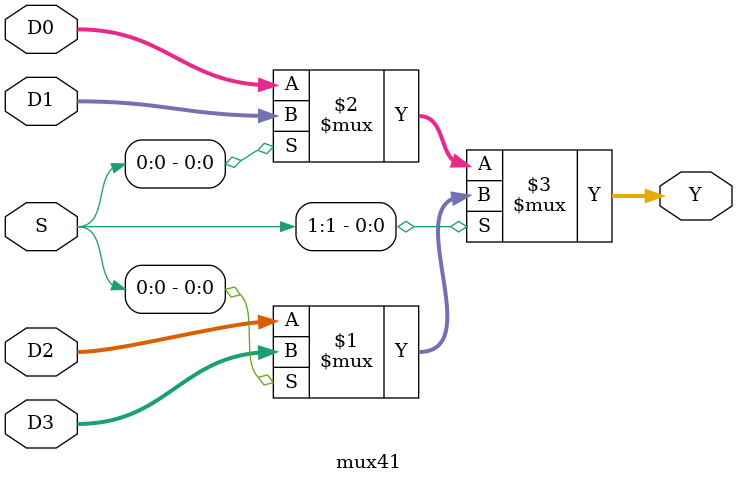
<source format=v>

module mux21(
D0,
D1,
S,
Y
);

parameter WIDTH = 32;

input [WIDTH-1:0] D0;
input [WIDTH-1:0] D1;
input S;
output [WIDTH-1:0] Y;
wire [WIDTH-1:0] D0;
wire [WIDTH-1:0] D1; 
wire S;
wire [WIDTH-1:0] Y;

assign Y = S ? D1 : D0;
endmodule

// Author: David Foster
// Last modified: 3/21/2017
// Module name: mux41
// Module Desc: 4 to 1 32-bit (default) multiplexer
// Inputs: 
//		D0, D1, D2, D3 -  data inputs
//		S - 2 bit select line 
// Outputs: Y -  switched output
// Internal parameters: WIDTH - bit size of inputs/output
// Function: standard MUX

module mux41(
D0,	// input for S = 00
D1, // input for S = 01
D2, // input for S = 10
D3, // input for S = 11
S,  // 2-bit select line
Y	// switched output
);

parameter WIDTH = 32;

input [WIDTH-1:0] D0;
input [WIDTH-1:0] D1;
input [WIDTH-1:0] D2;
input [WIDTH-1:0] D3;  
input [1:0] S;
output [WIDTH-1:0] Y;
wire [WIDTH-1:0] D0;
wire [WIDTH-1:0] D1;
wire [WIDTH-1:0] D2;
wire [WIDTH-1:0] D3;
wire [WIDTH-1:0] Y;
wire [1:0] S;

assign Y = S[1]?(S[0]? D3:D2):(S[0]?D1:D0);
endmodule









</source>
